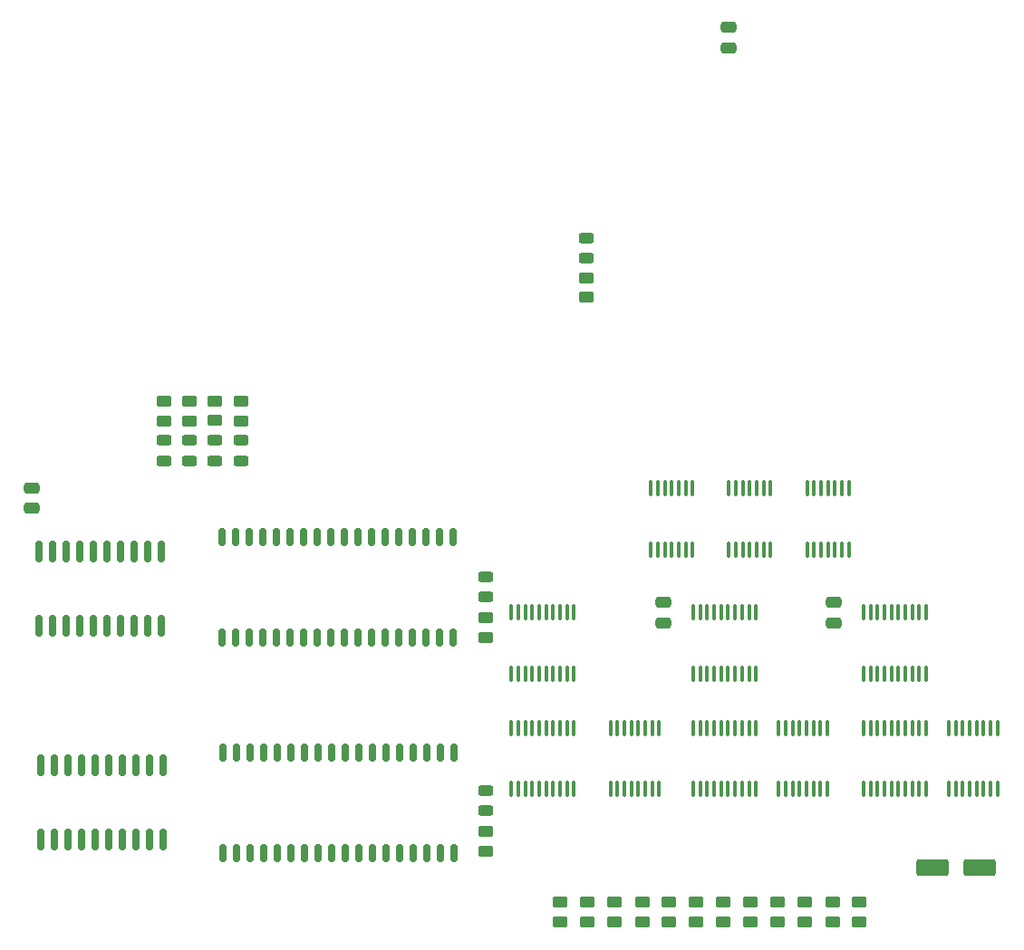
<source format=gbr>
%TF.GenerationSoftware,KiCad,Pcbnew,(6.0.0-0)*%
%TF.CreationDate,2022-02-14T20:56:18-05:00*%
%TF.ProjectId,RAM-MODULE,52414d2d-4d4f-4445-954c-452e6b696361,rev?*%
%TF.SameCoordinates,Original*%
%TF.FileFunction,Paste,Top*%
%TF.FilePolarity,Positive*%
%FSLAX46Y46*%
G04 Gerber Fmt 4.6, Leading zero omitted, Abs format (unit mm)*
G04 Created by KiCad (PCBNEW (6.0.0-0)) date 2022-02-14 20:56:18*
%MOMM*%
%LPD*%
G01*
G04 APERTURE LIST*
G04 Aperture macros list*
%AMRoundRect*
0 Rectangle with rounded corners*
0 $1 Rounding radius*
0 $2 $3 $4 $5 $6 $7 $8 $9 X,Y pos of 4 corners*
0 Add a 4 corners polygon primitive as box body*
4,1,4,$2,$3,$4,$5,$6,$7,$8,$9,$2,$3,0*
0 Add four circle primitives for the rounded corners*
1,1,$1+$1,$2,$3*
1,1,$1+$1,$4,$5*
1,1,$1+$1,$6,$7*
1,1,$1+$1,$8,$9*
0 Add four rect primitives between the rounded corners*
20,1,$1+$1,$2,$3,$4,$5,0*
20,1,$1+$1,$4,$5,$6,$7,0*
20,1,$1+$1,$6,$7,$8,$9,0*
20,1,$1+$1,$8,$9,$2,$3,0*%
G04 Aperture macros list end*
%ADD10RoundRect,0.150000X0.150000X-0.837500X0.150000X0.837500X-0.150000X0.837500X-0.150000X-0.837500X0*%
%ADD11RoundRect,0.250000X-0.450000X0.262500X-0.450000X-0.262500X0.450000X-0.262500X0.450000X0.262500X0*%
%ADD12RoundRect,0.243750X0.456250X-0.243750X0.456250X0.243750X-0.456250X0.243750X-0.456250X-0.243750X0*%
%ADD13RoundRect,0.100000X0.100000X-0.637500X0.100000X0.637500X-0.100000X0.637500X-0.100000X-0.637500X0*%
%ADD14RoundRect,0.250000X0.450000X-0.262500X0.450000X0.262500X-0.450000X0.262500X-0.450000X-0.262500X0*%
%ADD15RoundRect,0.250000X0.475000X-0.250000X0.475000X0.250000X-0.475000X0.250000X-0.475000X-0.250000X0*%
%ADD16RoundRect,0.243750X-0.456250X0.243750X-0.456250X-0.243750X0.456250X-0.243750X0.456250X0.243750X0*%
%ADD17RoundRect,0.150000X0.150000X-0.700000X0.150000X0.700000X-0.150000X0.700000X-0.150000X-0.700000X0*%
%ADD18RoundRect,0.250000X1.250000X0.550000X-1.250000X0.550000X-1.250000X-0.550000X1.250000X-0.550000X0*%
%ADD19RoundRect,0.250000X-0.475000X0.250000X-0.475000X-0.250000X0.475000X-0.250000X0.475000X0.250000X0*%
G04 APERTURE END LIST*
D10*
%TO.C,U2*%
X81632330Y-105911318D03*
X82902330Y-105911318D03*
X84172330Y-105911318D03*
X85442330Y-105911318D03*
X86712330Y-105911318D03*
X87982330Y-105911318D03*
X89252330Y-105911318D03*
X90522330Y-105911318D03*
X91792330Y-105911318D03*
X93062330Y-105911318D03*
X93062330Y-98986318D03*
X91792330Y-98986318D03*
X90522330Y-98986318D03*
X89252330Y-98986318D03*
X87982330Y-98986318D03*
X86712330Y-98986318D03*
X85442330Y-98986318D03*
X84172330Y-98986318D03*
X82902330Y-98986318D03*
X81632330Y-98986318D03*
%TD*%
%TO.C,U4*%
X81782330Y-125911318D03*
X83052330Y-125911318D03*
X84322330Y-125911318D03*
X85592330Y-125911318D03*
X86862330Y-125911318D03*
X88132330Y-125911318D03*
X89402330Y-125911318D03*
X90672330Y-125911318D03*
X91942330Y-125911318D03*
X93212330Y-125911318D03*
X93212330Y-118986318D03*
X91942330Y-118986318D03*
X90672330Y-118986318D03*
X89402330Y-118986318D03*
X88132330Y-118986318D03*
X86862330Y-118986318D03*
X85592330Y-118986318D03*
X84322330Y-118986318D03*
X83052330Y-118986318D03*
X81782330Y-118986318D03*
%TD*%
D11*
%TO.C,R11*%
X153200000Y-131787500D03*
X153200000Y-133612500D03*
%TD*%
D12*
%TO.C,D7*%
X123400000Y-123237500D03*
X123400000Y-121362500D03*
%TD*%
D13*
%TO.C,U7*%
X125772330Y-121211318D03*
X126422330Y-121211318D03*
X127072330Y-121211318D03*
X127722330Y-121211318D03*
X128372330Y-121211318D03*
X129022330Y-121211318D03*
X129672330Y-121211318D03*
X130322330Y-121211318D03*
X130972330Y-121211318D03*
X131622330Y-121211318D03*
X131622330Y-115486318D03*
X130972330Y-115486318D03*
X130322330Y-115486318D03*
X129672330Y-115486318D03*
X129022330Y-115486318D03*
X128372330Y-115486318D03*
X127722330Y-115486318D03*
X127072330Y-115486318D03*
X126422330Y-115486318D03*
X125772330Y-115486318D03*
%TD*%
D11*
%TO.C,R15*%
X98100000Y-84925000D03*
X98100000Y-86750000D03*
%TD*%
%TO.C,R10*%
X150600000Y-131787500D03*
X150600000Y-133612500D03*
%TD*%
D14*
%TO.C,R20*%
X132800000Y-75212500D03*
X132800000Y-73387500D03*
%TD*%
D11*
%TO.C,R16*%
X95700000Y-84937500D03*
X95700000Y-86762500D03*
%TD*%
%TO.C,R5*%
X138000000Y-131787500D03*
X138000000Y-133612500D03*
%TD*%
D13*
%TO.C,U16*%
X153397330Y-98811318D03*
X154047330Y-98811318D03*
X154697330Y-98811318D03*
X155347330Y-98811318D03*
X155997330Y-98811318D03*
X156647330Y-98811318D03*
X157297330Y-98811318D03*
X157297330Y-93086318D03*
X156647330Y-93086318D03*
X155997330Y-93086318D03*
X155347330Y-93086318D03*
X154697330Y-93086318D03*
X154047330Y-93086318D03*
X153397330Y-93086318D03*
%TD*%
D15*
%TO.C,C4*%
X139997330Y-105648818D03*
X139997330Y-103748818D03*
%TD*%
D16*
%TO.C,D6*%
X93350000Y-88612500D03*
X93350000Y-90487500D03*
%TD*%
D14*
%TO.C,R19*%
X123400000Y-107012500D03*
X123400000Y-105187500D03*
%TD*%
%TO.C,R18*%
X123400000Y-127012500D03*
X123400000Y-125187500D03*
%TD*%
D17*
%TO.C,U5*%
X98802330Y-127148818D03*
X100072330Y-127148818D03*
X101342330Y-127148818D03*
X102612330Y-127148818D03*
X103882330Y-127148818D03*
X105152330Y-127148818D03*
X106422330Y-127148818D03*
X107692330Y-127148818D03*
X108962330Y-127148818D03*
X110232330Y-127148818D03*
X111502330Y-127148818D03*
X112772330Y-127148818D03*
X114042330Y-127148818D03*
X115312330Y-127148818D03*
X116582330Y-127148818D03*
X117852330Y-127148818D03*
X119122330Y-127148818D03*
X120392330Y-127148818D03*
X120392330Y-117748818D03*
X119122330Y-117748818D03*
X117852330Y-117748818D03*
X116582330Y-117748818D03*
X115312330Y-117748818D03*
X114042330Y-117748818D03*
X112772330Y-117748818D03*
X111502330Y-117748818D03*
X110232330Y-117748818D03*
X108962330Y-117748818D03*
X107692330Y-117748818D03*
X106422330Y-117748818D03*
X105152330Y-117748818D03*
X103882330Y-117748818D03*
X102612330Y-117748818D03*
X101342330Y-117748818D03*
X100072330Y-117748818D03*
X98802330Y-117748818D03*
%TD*%
D13*
%TO.C,U11*%
X142772330Y-110411318D03*
X143422330Y-110411318D03*
X144072330Y-110411318D03*
X144722330Y-110411318D03*
X145372330Y-110411318D03*
X146022330Y-110411318D03*
X146672330Y-110411318D03*
X147322330Y-110411318D03*
X147972330Y-110411318D03*
X148622330Y-110411318D03*
X148622330Y-104686318D03*
X147972330Y-104686318D03*
X147322330Y-104686318D03*
X146672330Y-104686318D03*
X146022330Y-104686318D03*
X145372330Y-104686318D03*
X144722330Y-104686318D03*
X144072330Y-104686318D03*
X143422330Y-104686318D03*
X142772330Y-104686318D03*
%TD*%
D11*
%TO.C,R7*%
X143000000Y-131787500D03*
X143000000Y-133612500D03*
%TD*%
%TO.C,R14*%
X100550000Y-84937500D03*
X100550000Y-86762500D03*
%TD*%
D18*
%TO.C,C5*%
X169480000Y-128500000D03*
X165080000Y-128500000D03*
%TD*%
D13*
%TO.C,U13*%
X158672330Y-121211318D03*
X159322330Y-121211318D03*
X159972330Y-121211318D03*
X160622330Y-121211318D03*
X161272330Y-121211318D03*
X161922330Y-121211318D03*
X162572330Y-121211318D03*
X163222330Y-121211318D03*
X163872330Y-121211318D03*
X164522330Y-121211318D03*
X164522330Y-115486318D03*
X163872330Y-115486318D03*
X163222330Y-115486318D03*
X162572330Y-115486318D03*
X161922330Y-115486318D03*
X161272330Y-115486318D03*
X160622330Y-115486318D03*
X159972330Y-115486318D03*
X159322330Y-115486318D03*
X158672330Y-115486318D03*
%TD*%
D17*
%TO.C,U3*%
X98702330Y-107048818D03*
X99972330Y-107048818D03*
X101242330Y-107048818D03*
X102512330Y-107048818D03*
X103782330Y-107048818D03*
X105052330Y-107048818D03*
X106322330Y-107048818D03*
X107592330Y-107048818D03*
X108862330Y-107048818D03*
X110132330Y-107048818D03*
X111402330Y-107048818D03*
X112672330Y-107048818D03*
X113942330Y-107048818D03*
X115212330Y-107048818D03*
X116482330Y-107048818D03*
X117752330Y-107048818D03*
X119022330Y-107048818D03*
X120292330Y-107048818D03*
X120292330Y-97648818D03*
X119022330Y-97648818D03*
X117752330Y-97648818D03*
X116482330Y-97648818D03*
X115212330Y-97648818D03*
X113942330Y-97648818D03*
X112672330Y-97648818D03*
X111402330Y-97648818D03*
X110132330Y-97648818D03*
X108862330Y-97648818D03*
X107592330Y-97648818D03*
X106322330Y-97648818D03*
X105052330Y-97648818D03*
X103782330Y-97648818D03*
X102512330Y-97648818D03*
X101242330Y-97648818D03*
X99972330Y-97648818D03*
X98702330Y-97648818D03*
%TD*%
D11*
%TO.C,R13*%
X158300000Y-131787500D03*
X158300000Y-133612500D03*
%TD*%
D15*
%TO.C,C3*%
X80997330Y-94948818D03*
X80997330Y-93048818D03*
%TD*%
D16*
%TO.C,D5*%
X95700000Y-88612500D03*
X95700000Y-90487500D03*
%TD*%
D13*
%TO.C,U12*%
X166642330Y-121211318D03*
X167292330Y-121211318D03*
X167942330Y-121211318D03*
X168592330Y-121211318D03*
X169242330Y-121211318D03*
X169892330Y-121211318D03*
X170542330Y-121211318D03*
X171192330Y-121211318D03*
X171192330Y-115486318D03*
X170542330Y-115486318D03*
X169892330Y-115486318D03*
X169242330Y-115486318D03*
X168592330Y-115486318D03*
X167942330Y-115486318D03*
X167292330Y-115486318D03*
X166642330Y-115486318D03*
%TD*%
D12*
%TO.C,D9*%
X132800000Y-71537500D03*
X132800000Y-69662500D03*
%TD*%
D11*
%TO.C,R2*%
X130300000Y-131787500D03*
X130300000Y-133612500D03*
%TD*%
%TO.C,R17*%
X93350000Y-84937500D03*
X93350000Y-86762500D03*
%TD*%
D16*
%TO.C,D4*%
X98100000Y-88612500D03*
X98100000Y-90487500D03*
%TD*%
D11*
%TO.C,R6*%
X140500000Y-131787500D03*
X140500000Y-133612500D03*
%TD*%
D19*
%TO.C,C1*%
X146047330Y-49998818D03*
X146047330Y-51898818D03*
%TD*%
D13*
%TO.C,U8*%
X125772330Y-110411318D03*
X126422330Y-110411318D03*
X127072330Y-110411318D03*
X127722330Y-110411318D03*
X128372330Y-110411318D03*
X129022330Y-110411318D03*
X129672330Y-110411318D03*
X130322330Y-110411318D03*
X130972330Y-110411318D03*
X131622330Y-110411318D03*
X131622330Y-104686318D03*
X130972330Y-104686318D03*
X130322330Y-104686318D03*
X129672330Y-104686318D03*
X129022330Y-104686318D03*
X128372330Y-104686318D03*
X127722330Y-104686318D03*
X127072330Y-104686318D03*
X126422330Y-104686318D03*
X125772330Y-104686318D03*
%TD*%
D11*
%TO.C,R9*%
X148100000Y-131787500D03*
X148100000Y-133612500D03*
%TD*%
D13*
%TO.C,U14*%
X158672330Y-110411318D03*
X159322330Y-110411318D03*
X159972330Y-110411318D03*
X160622330Y-110411318D03*
X161272330Y-110411318D03*
X161922330Y-110411318D03*
X162572330Y-110411318D03*
X163222330Y-110411318D03*
X163872330Y-110411318D03*
X164522330Y-110411318D03*
X164522330Y-104686318D03*
X163872330Y-104686318D03*
X163222330Y-104686318D03*
X162572330Y-104686318D03*
X161922330Y-104686318D03*
X161272330Y-104686318D03*
X160622330Y-104686318D03*
X159972330Y-104686318D03*
X159322330Y-104686318D03*
X158672330Y-104686318D03*
%TD*%
%TO.C,U10*%
X142772330Y-121211318D03*
X143422330Y-121211318D03*
X144072330Y-121211318D03*
X144722330Y-121211318D03*
X145372330Y-121211318D03*
X146022330Y-121211318D03*
X146672330Y-121211318D03*
X147322330Y-121211318D03*
X147972330Y-121211318D03*
X148622330Y-121211318D03*
X148622330Y-115486318D03*
X147972330Y-115486318D03*
X147322330Y-115486318D03*
X146672330Y-115486318D03*
X146022330Y-115486318D03*
X145372330Y-115486318D03*
X144722330Y-115486318D03*
X144072330Y-115486318D03*
X143422330Y-115486318D03*
X142772330Y-115486318D03*
%TD*%
D15*
%TO.C,C2*%
X155897330Y-105648818D03*
X155897330Y-103748818D03*
%TD*%
D13*
%TO.C,U9*%
X150742330Y-121211318D03*
X151392330Y-121211318D03*
X152042330Y-121211318D03*
X152692330Y-121211318D03*
X153342330Y-121211318D03*
X153992330Y-121211318D03*
X154642330Y-121211318D03*
X155292330Y-121211318D03*
X155292330Y-115486318D03*
X154642330Y-115486318D03*
X153992330Y-115486318D03*
X153342330Y-115486318D03*
X152692330Y-115486318D03*
X152042330Y-115486318D03*
X151392330Y-115486318D03*
X150742330Y-115486318D03*
%TD*%
%TO.C,U6*%
X135022330Y-121211318D03*
X135672330Y-121211318D03*
X136322330Y-121211318D03*
X136972330Y-121211318D03*
X137622330Y-121211318D03*
X138272330Y-121211318D03*
X138922330Y-121211318D03*
X139572330Y-121211318D03*
X139572330Y-115486318D03*
X138922330Y-115486318D03*
X138272330Y-115486318D03*
X137622330Y-115486318D03*
X136972330Y-115486318D03*
X136322330Y-115486318D03*
X135672330Y-115486318D03*
X135022330Y-115486318D03*
%TD*%
D11*
%TO.C,R3*%
X132900000Y-131787500D03*
X132900000Y-133612500D03*
%TD*%
D13*
%TO.C,U17*%
X146097330Y-98811318D03*
X146747330Y-98811318D03*
X147397330Y-98811318D03*
X148047330Y-98811318D03*
X148697330Y-98811318D03*
X149347330Y-98811318D03*
X149997330Y-98811318D03*
X149997330Y-93086318D03*
X149347330Y-93086318D03*
X148697330Y-93086318D03*
X148047330Y-93086318D03*
X147397330Y-93086318D03*
X146747330Y-93086318D03*
X146097330Y-93086318D03*
%TD*%
%TO.C,U15*%
X138797330Y-98811318D03*
X139447330Y-98811318D03*
X140097330Y-98811318D03*
X140747330Y-98811318D03*
X141397330Y-98811318D03*
X142047330Y-98811318D03*
X142697330Y-98811318D03*
X142697330Y-93086318D03*
X142047330Y-93086318D03*
X141397330Y-93086318D03*
X140747330Y-93086318D03*
X140097330Y-93086318D03*
X139447330Y-93086318D03*
X138797330Y-93086318D03*
%TD*%
D16*
%TO.C,D3*%
X100550000Y-88612500D03*
X100550000Y-90487500D03*
%TD*%
D11*
%TO.C,R4*%
X135400000Y-131787500D03*
X135400000Y-133612500D03*
%TD*%
%TO.C,R8*%
X145600000Y-131787500D03*
X145600000Y-133612500D03*
%TD*%
D12*
%TO.C,D8*%
X123400000Y-103237500D03*
X123400000Y-101362500D03*
%TD*%
D11*
%TO.C,R12*%
X155800000Y-131787500D03*
X155800000Y-133612500D03*
%TD*%
M02*

</source>
